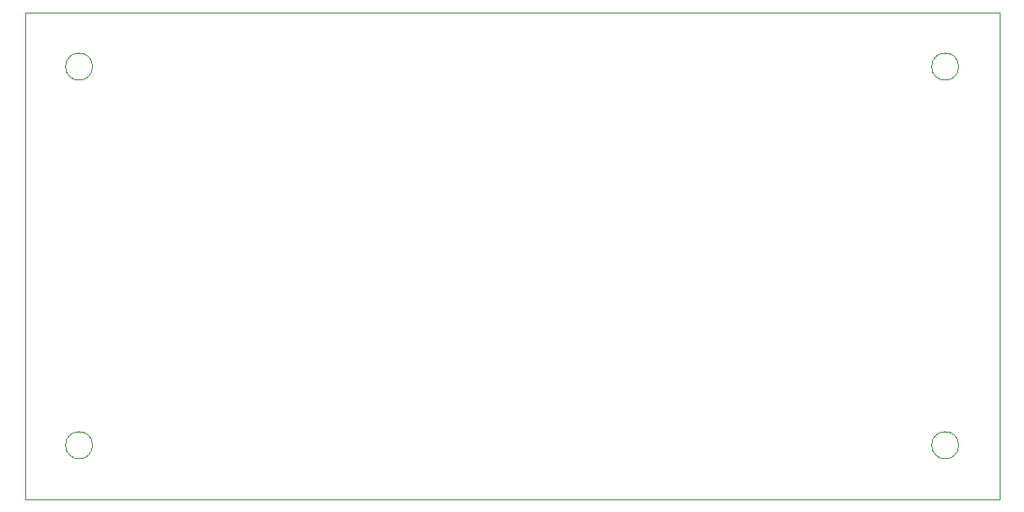
<source format=gbr>
G04 #@! TF.GenerationSoftware,KiCad,Pcbnew,(5.0.2)-1*
G04 #@! TF.CreationDate,2019-05-02T00:13:42-05:00*
G04 #@! TF.ProjectId,vcaControl,76636143-6f6e-4747-926f-6c2e6b696361,rev?*
G04 #@! TF.SameCoordinates,Original*
G04 #@! TF.FileFunction,Profile,NP*
%FSLAX46Y46*%
G04 Gerber Fmt 4.6, Leading zero omitted, Abs format (unit mm)*
G04 Created by KiCad (PCBNEW (5.0.2)-1) date 5/2/2019 12:13:42 AM*
%MOMM*%
%LPD*%
G01*
G04 APERTURE LIST*
%ADD10C,0.100000*%
G04 APERTURE END LIST*
D10*
X97790000Y-88900000D02*
G75*
G03X97790000Y-88900000I-1270000J0D01*
G01*
X97790000Y-124460000D02*
G75*
G03X97790000Y-124460000I-1270000J0D01*
G01*
X179070000Y-124460000D02*
G75*
G03X179070000Y-124460000I-1270000J0D01*
G01*
X179070000Y-88900000D02*
G75*
G03X179070000Y-88900000I-1270000J0D01*
G01*
X182880000Y-83820000D02*
X182880000Y-129540000D01*
X91440000Y-129540000D02*
X91440000Y-83820000D01*
X182880000Y-129540000D02*
X91440000Y-129540000D01*
X91440000Y-83820000D02*
X182880000Y-83820000D01*
M02*

</source>
